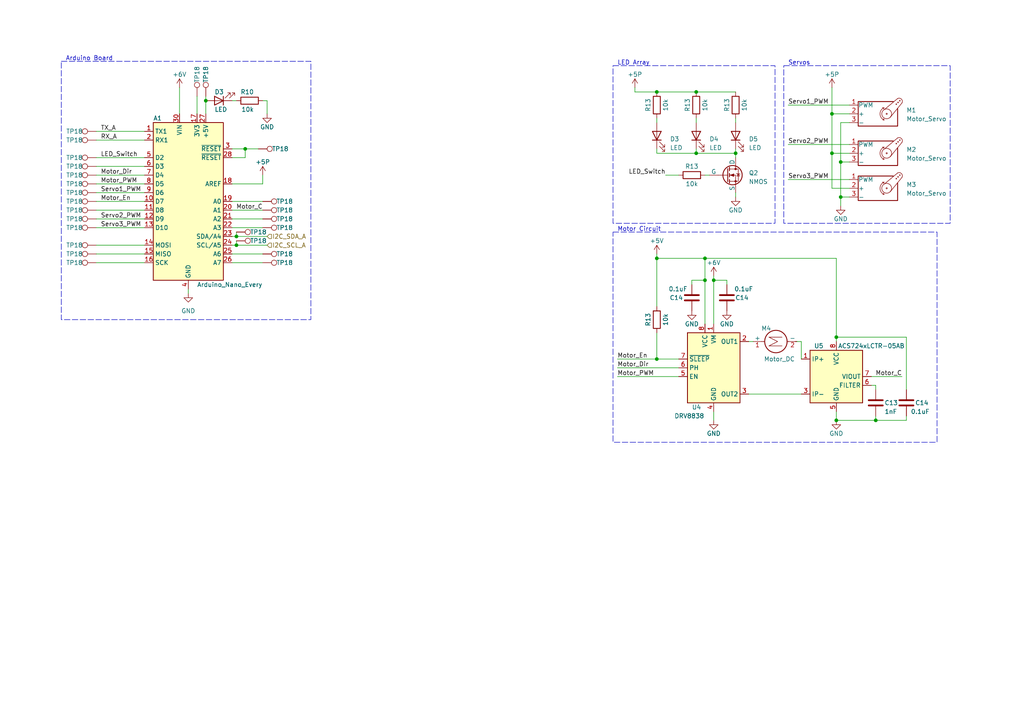
<source format=kicad_sch>
(kicad_sch (version 20230121) (generator eeschema)
  (paper "A4")
  (lib_symbols
    (symbol "Connector:TestPoint" (pin_numbers hide) (pin_names (offset 0.762) hide)
      (property "Reference" "TP" (at 0 6.858 0))
      (property "Value" "TestPoint" (at 0 5.08 0))
      (symbol "TestPoint_0_1"
        (circle (center 0 3.302) (radius 0.762))
      )
      (symbol "TestPoint_1_1"
        (pin passive line (at 0 0 90) (length 2.54) (name "1") (number "1"))
      )
    )
    (symbol "Device:C" (pin_numbers hide) (pin_names (offset 0.254))
      (property "Reference" "C" (at 0.635 2.54 0))
      (property "Value" "C" (at 0.635 -2.54 0))
      (symbol "C_0_1"
        (polyline (pts (xy -2.032 -0.762) (xy 2.032 -0.762)) (stroke (width 0.508)))
        (polyline (pts (xy -2.032 0.762) (xy 2.032 0.762)) (stroke (width 0.508)))
      )
      (symbol "C_1_1"
        (pin passive line (at 0 3.81 270) (length 2.794) (name "~") (number "1"))
        (pin passive line (at 0 -3.81 90) (length 2.794) (name "~") (number "2"))
      )
    )
    (symbol "Device:LED" (pin_numbers hide) (pin_names (offset 1.016) hide)
      (property "Reference" "D" (at 0 2.54 0))
      (property "Value" "LED" (at 0 -2.54 0))
      (symbol "LED_0_1"
        (polyline (pts (xy -1.27 -1.27) (xy -1.27 1.27)) (stroke (width 0.254)))
        (polyline (pts (xy -1.27 0) (xy 1.27 0)))
        (polyline (pts (xy 1.27 -1.27) (xy 1.27 1.27) (xy -1.27 0) (xy 1.27 -1.27)) (stroke (width 0.254)))
        (polyline (pts (xy -3.048 -0.762) (xy -4.572 -2.286) (xy -3.81 -2.286) (xy -4.572 -2.286) (xy -4.572 -1.524)))
        (polyline (pts (xy -1.778 -0.762) (xy -3.302 -2.286) (xy -2.54 -2.286) (xy -3.302 -2.286) (xy -3.302 -1.524)))
      )
      (symbol "LED_1_1"
        (pin passive line (at -3.81 0 0) (length 2.54) (name "K") (number "1"))
        (pin passive line (at 3.81 0 180) (length 2.54) (name "A") (number "2"))
      )
    )
    (symbol "Device:R" (pin_numbers hide) (pin_names (offset 0))
      (property "Reference" "R" (at 2.032 0 90))
      (property "Value" "R" (at 0 0 90))
      (symbol "R_0_1"
        (rectangle (start -1.016 -2.54) (end 1.016 2.54) (stroke (width 0.254)))
      )
      (symbol "R_1_1"
        (pin passive line (at 0 3.81 270) (length 1.27) (name "~") (number "1"))
        (pin passive line (at 0 -3.81 90) (length 1.27) (name "~") (number "2"))
      )
    )
    (symbol "Driver_Motor:DRV8838"
      (property "Reference" "U" (at 6.35 11.43 0))
      (property "Value" "DRV8838" (at -10.16 11.43 0))
      (symbol "DRV8838_0_1"
        (rectangle (start -7.62 10.16) (end 7.62 -10.16) (stroke (width 0.254)) (fill (type background)))
      )
      (symbol "DRV8838_1_1"
        (pin power_in line (at 0 12.7 270) (length 2.54) (name "VM") (number "1"))
        (pin output line (at 10.16 7.62 180) (length 2.54) (name "OUT1") (number "2"))
        (pin output line (at 10.16 -7.62 180) (length 2.54) (name "OUT2") (number "3"))
        (pin power_in line (at 0 -12.7 90) (length 2.54) (name "GND") (number "4"))
        (pin input line (at -10.16 -2.54 0) (length 2.54) (name "EN") (number "5"))
        (pin input line (at -10.16 0 0) (length 2.54) (name "PH") (number "6"))
        (pin input line (at -10.16 2.54 0) (length 2.54) (name "~{SLEEP}") (number "7"))
        (pin power_in line (at -2.54 12.7 270) (length 2.54) (name "VCC") (number "8"))
        (pin passive line (at 0 -12.7 90) (length 2.54) hide (name "GND") (number "9"))
      )
    )
    (symbol "MCU_Module:Arduino_Nano_Every"
      (property "Reference" "A" (at -10.16 23.495 0))
      (property "Value" "Arduino_Nano_Every" (at 5.08 -24.13 0))
      (symbol "Arduino_Nano_Every_0_1"
        (rectangle (start -10.16 22.86) (end 10.16 -22.86) (stroke (width 0.254)) (fill (type background)))
      )
      (symbol "Arduino_Nano_Every_1_1"
        (pin bidirectional line (at -12.7 20.32 0) (length 2.54) (name "TX1") (number "1"))
        (pin bidirectional line (at -12.7 0 0) (length 2.54) (name "D7") (number "10"))
        (pin bidirectional line (at -12.7 -2.54 0) (length 2.54) (name "D8") (number "11"))
        (pin bidirectional line (at -12.7 -5.08 0) (length 2.54) (name "D9") (number "12"))
        (pin bidirectional line (at -12.7 -7.62 0) (length 2.54) (name "D10") (number "13"))
        (pin bidirectional line (at -12.7 -12.7 0) (length 2.54) (name "MOSI") (number "14"))
        (pin bidirectional line (at -12.7 -15.24 0) (length 2.54) (name "MISO") (number "15"))
        (pin bidirectional line (at -12.7 -17.78 0) (length 2.54) (name "SCK") (number "16"))
        (pin power_out line (at 2.54 25.4 270) (length 2.54) (name "3V3") (number "17"))
        (pin input line (at 12.7 5.08 180) (length 2.54) (name "AREF") (number "18"))
        (pin bidirectional line (at 12.7 0 180) (length 2.54) (name "A0") (number "19"))
        (pin bidirectional line (at -12.7 17.78 0) (length 2.54) (name "RX1") (number "2"))
        (pin bidirectional line (at 12.7 -2.54 180) (length 2.54) (name "A1") (number "20"))
        (pin bidirectional line (at 12.7 -5.08 180) (length 2.54) (name "A2") (number "21"))
        (pin bidirectional line (at 12.7 -7.62 180) (length 2.54) (name "A3") (number "22"))
        (pin bidirectional line (at 12.7 -10.16 180) (length 2.54) (name "SDA/A4") (number "23"))
        (pin bidirectional line (at 12.7 -12.7 180) (length 2.54) (name "SCL/A5") (number "24"))
        (pin bidirectional line (at 12.7 -15.24 180) (length 2.54) (name "A6") (number "25"))
        (pin bidirectional line (at 12.7 -17.78 180) (length 2.54) (name "A7") (number "26"))
        (pin power_out line (at 5.08 25.4 270) (length 2.54) (name "+5V") (number "27"))
        (pin input line (at 12.7 12.7 180) (length 2.54) (name "~{RESET}") (number "28"))
        (pin passive line (at 0 -25.4 90) (length 2.54) hide (name "GND") (number "29"))
        (pin input line (at 12.7 15.24 180) (length 2.54) (name "~{RESET}") (number "3"))
        (pin power_in line (at -2.54 25.4 270) (length 2.54) (name "VIN") (number "30"))
        (pin power_in line (at 0 -25.4 90) (length 2.54) (name "GND") (number "4"))
        (pin bidirectional line (at -12.7 12.7 0) (length 2.54) (name "D2") (number "5"))
        (pin bidirectional line (at -12.7 10.16 0) (length 2.54) (name "D3") (number "6"))
        (pin bidirectional line (at -12.7 7.62 0) (length 2.54) (name "D4") (number "7"))
        (pin bidirectional line (at -12.7 5.08 0) (length 2.54) (name "D5") (number "8"))
        (pin bidirectional line (at -12.7 2.54 0) (length 2.54) (name "D6") (number "9"))
      )
    )
    (symbol "Motor:Motor_DC" (pin_names (offset 0))
      (property "Reference" "M" (at 2.54 2.54 0))
      (property "Value" "Motor_DC" (at 2.54 -5.08 0))
      (symbol "Motor_DC_0_0"
        (polyline (pts (xy -1.27 -3.302) (xy -1.27 0.508) (xy 0 -2.032) (xy 1.27 0.508) (xy 1.27 -3.302)))
      )
      (symbol "Motor_DC_0_1"
        (circle (center 0 -1.524) (radius 3.2512) (stroke (width 0.254)))
        (polyline (pts (xy 0 -7.62) (xy 0 -7.112)))
        (polyline (pts (xy 0 -4.7752) (xy 0 -5.1816)))
        (polyline (pts (xy 0 1.7272) (xy 0 2.0828)))
        (polyline (pts (xy 0 2.032) (xy 0 2.54)))
      )
      (symbol "Motor_DC_1_1"
        (pin passive line (at 0 5.08 270) (length 2.54) (name "+") (number "1"))
        (pin passive line (at 0 -7.62 90) (length 2.54) (name "-") (number "2"))
      )
    )
    (symbol "Motor:Motor_Servo" (pin_names (offset 0.0254))
      (property "Reference" "M" (at -5.08 4.445 0))
      (property "Value" "Motor_Servo" (at -5.08 -4.064 0))
      (symbol "Motor_Servo_0_1"
        (polyline (pts (xy 2.413 -1.778) (xy 2.032 -1.778)))
        (polyline (pts (xy 2.413 -1.778) (xy 2.286 -1.397)))
        (polyline (pts (xy 2.413 1.778) (xy 1.905 1.778)))
        (polyline (pts (xy 2.413 1.778) (xy 2.286 1.397)))
        (polyline (pts (xy 6.35 4.445) (xy 2.54 1.27)))
        (polyline (pts (xy 7.62 3.175) (xy 4.191 -1.016)))
        (polyline (pts (xy 5.08 3.556) (xy -5.08 3.556) (xy -5.08 -3.556) (xy 6.35 -3.556) (xy 6.35 1.524)) (stroke (width 0.254)))
        (arc (start 2.413 1.778) (mid 1.2406 0) (end 2.413 -1.778))
        (circle (center 3.175 0) (radius 0.1778))
        (circle (center 3.175 0) (radius 1.4224))
        (circle (center 5.969 2.794) (radius 0.127))
        (circle (center 6.477 3.302) (radius 0.127))
        (circle (center 6.985 3.81) (radius 0.127))
        (arc (start 7.62 3.175) (mid 7.4485 4.2735) (end 6.35 4.445))
      )
      (symbol "Motor_Servo_1_1"
        (pin passive line (at -7.62 2.54 0) (length 2.54) (name "PWM") (number "1"))
        (pin passive line (at -7.62 0 0) (length 2.54) (name "+") (number "2"))
        (pin passive line (at -7.62 -2.54 0) (length 2.54) (name "-") (number "3"))
      )
    )
    (symbol "Sensor_Current:ACS724xLCTR-05AB"
      (property "Reference" "U" (at 2.54 11.43 0))
      (property "Value" "ACS724xLCTR-05AB" (at 2.54 8.89 0))
      (symbol "ACS724xLCTR-05AB_0_1"
        (rectangle (start -7.62 7.62) (end 7.62 -7.62) (stroke (width 0.254)) (fill (type background)))
      )
      (symbol "ACS724xLCTR-05AB_1_1"
        (pin passive line (at -10.16 5.08 0) (length 2.54) (name "IP+") (number "1"))
        (pin passive line (at -10.16 5.08 0) (length 2.54) hide (name "IP+") (number "2"))
        (pin passive line (at -10.16 -5.08 0) (length 2.54) (name "IP-") (number "3"))
        (pin passive line (at -10.16 -5.08 0) (length 2.54) hide (name "IP-") (number "4"))
        (pin power_in line (at 0 -10.16 90) (length 2.54) (name "GND") (number "5"))
        (pin passive line (at 10.16 -2.54 180) (length 2.54) (name "FILTER") (number "6"))
        (pin output line (at 10.16 0 180) (length 2.54) (name "VIOUT") (number "7"))
        (pin power_in line (at 0 10.16 270) (length 2.54) (name "VCC") (number "8"))
      )
    )
    (symbol "Simulation_SPICE:NMOS" (pin_numbers hide) (pin_names (offset 0))
      (property "Reference" "Q" (at 5.08 1.27 0))
      (property "Value" "NMOS" (at 5.08 -1.27 0))
      (symbol "NMOS_0_1"
        (polyline (pts (xy 0.254 0) (xy -2.54 0)))
        (polyline (pts (xy 0.254 1.905) (xy 0.254 -1.905)) (stroke (width 0.254)))
        (polyline (pts (xy 0.762 -1.27) (xy 0.762 -2.286)) (stroke (width 0.254)))
        (polyline (pts (xy 0.762 0.508) (xy 0.762 -0.508)) (stroke (width 0.254)))
        (polyline (pts (xy 0.762 2.286) (xy 0.762 1.27)) (stroke (width 0.254)))
        (polyline (pts (xy 2.54 2.54) (xy 2.54 1.778)))
        (polyline (pts (xy 2.54 -2.54) (xy 2.54 0) (xy 0.762 0)))
        (polyline (pts (xy 0.762 -1.778) (xy 3.302 -1.778) (xy 3.302 1.778) (xy 0.762 1.778)))
        (polyline (pts (xy 1.016 0) (xy 2.032 0.381) (xy 2.032 -0.381) (xy 1.016 0)) (fill (type outline)))
        (polyline (pts (xy 2.794 0.508) (xy 2.921 0.381) (xy 3.683 0.381) (xy 3.81 0.254)))
        (polyline (pts (xy 3.302 0.381) (xy 2.921 -0.254) (xy 3.683 -0.254) (xy 3.302 0.381)))
        (circle (center 1.651 0) (radius 2.794) (stroke (width 0.254)))
        (circle (center 2.54 -1.778) (radius 0.254) (fill (type outline)))
        (circle (center 2.54 1.778) (radius 0.254) (fill (type outline)))
      )
      (symbol "NMOS_1_1"
        (pin passive line (at 2.54 5.08 270) (length 2.54) (name "D") (number "1"))
        (pin input line (at -5.08 0 0) (length 2.54) (name "G") (number "2"))
        (pin passive line (at 2.54 -5.08 90) (length 2.54) (name "S") (number "3"))
      )
    )
    (symbol "power:+5P" (power) (pin_names (offset 0))
      (property "Value" "+5P" (at 0 3.556 0))
      (symbol "+5P_0_1"
        (polyline (pts (xy -0.762 1.27) (xy 0 2.54)))
        (polyline (pts (xy 0 0) (xy 0 2.54)))
        (polyline (pts (xy 0 2.54) (xy 0.762 1.27)))
      )
      (symbol "+5P_1_1"
        (pin power_in line (at 0 0 90) (length 0) hide (name "+5P") (number "1"))
      )
    )
    (symbol "power:+5V" (power) (pin_names (offset 0))
      (property "Value" "+5V" (at 0 3.556 0))
      (symbol "+5V_0_1"
        (polyline (pts (xy -0.762 1.27) (xy 0 2.54)))
        (polyline (pts (xy 0 0) (xy 0 2.54)))
        (polyline (pts (xy 0 2.54) (xy 0.762 1.27)))
      )
      (symbol "+5V_1_1"
        (pin power_in line (at 0 0 90) (length 0) hide (name "+5V") (number "1"))
      )
    )
    (symbol "power:+6V" (power) (pin_names (offset 0))
      (property "Value" "+6V" (at 0 3.556 0))
      (symbol "+6V_0_1"
        (polyline (pts (xy -0.762 1.27) (xy 0 2.54)))
        (polyline (pts (xy 0 0) (xy 0 2.54)))
        (polyline (pts (xy 0 2.54) (xy 0.762 1.27)))
      )
      (symbol "+6V_1_1"
        (pin power_in line (at 0 0 90) (length 0) hide (name "+6V") (number "1"))
      )
    )
    (symbol "power:GND" (power) (pin_names (offset 0))
      (property "Value" "GND" (at 0 -3.81 0))
      (symbol "GND_0_1"
        (polyline (pts (xy 0 0) (xy 0 -1.27) (xy 1.27 -1.27) (xy 0 -2.54) (xy -1.27 -1.27) (xy 0 -1.27)))
      )
      (symbol "GND_1_1"
        (pin power_in line (at 0 0 270) (length 0) hide (name "GND") (number "1"))
      )
    )
  )
  (junction (at 243.84 46.99))
  (junction (at 241.3 33.02))
  (junction (at 242.57 121.92))
  (junction (at 190.5 74.93))
  (junction (at 254 121.92))
  (junction (at 201.93 44.45))
  (junction (at 68.58 71.12))
  (junction (at 243.84 57.15))
  (junction (at 204.47 81.28))
  (junction (at 190.5 26.67))
  (junction (at 71.12 43.18))
  (junction (at 201.93 26.67))
  (junction (at 241.3 44.45))
  (junction (at 59.69 29.21))
  (junction (at 213.36 44.45))
  (junction (at 68.58 68.58))
  (junction (at 207.01 81.28))
  (junction (at 242.57 97.79))
  (junction (at 204.47 74.93))
  (junction (at 190.5 104.14))
  (wire (pts (xy 254 120.65) (xy 254 121.92)))
  (wire (pts (xy 54.61 85.09) (xy 54.61 83.82)))
  (wire (pts (xy 190.5 74.93) (xy 204.47 74.93)))
  (wire (pts (xy 200.66 82.55) (xy 200.66 81.28)))
  (wire (pts (xy 67.31 73.66) (xy 76.2 73.66)))
  (wire (pts (xy 262.89 113.03) (xy 262.89 97.79)))
  (wire (pts (xy 243.84 46.99) (xy 243.84 57.15)))
  (wire (pts (xy 246.38 35.56) (xy 243.84 35.56)))
  (wire (pts (xy 241.3 25.4) (xy 241.3 33.02)))
  (wire (pts (xy 190.5 26.67) (xy 201.93 26.67)))
  (wire (pts (xy 207.01 81.28) (xy 207.01 93.98)))
  (wire (pts (xy 210.82 82.55) (xy 210.82 81.28)))
  (wire (pts (xy 193.04 50.8) (xy 196.85 50.8)))
  (wire (pts (xy 254 111.76) (xy 252.73 111.76)))
  (wire (pts (xy 190.5 74.93) (xy 190.5 88.9)))
  (wire (pts (xy 27.94 66.04) (xy 41.91 66.04)))
  (wire (pts (xy 27.94 58.42) (xy 41.91 58.42)))
  (wire (pts (xy 57.15 27.94) (xy 57.15 33.02)))
  (wire (pts (xy 228.6 52.07) (xy 246.38 52.07)))
  (wire (pts (xy 246.38 46.99) (xy 243.84 46.99)))
  (wire (pts (xy 27.94 40.64) (xy 41.91 40.64)))
  (wire (pts (xy 27.94 60.96) (xy 41.91 60.96)))
  (wire (pts (xy 204.47 81.28) (xy 204.47 93.98)))
  (wire (pts (xy 228.6 41.91) (xy 246.38 41.91)))
  (wire (pts (xy 228.6 30.48) (xy 246.38 30.48)))
  (wire (pts (xy 27.94 38.1) (xy 41.91 38.1)))
  (wire (pts (xy 68.58 67.31) (xy 68.58 68.58)))
  (wire (pts (xy 242.57 121.92) (xy 254 121.92)))
  (wire (pts (xy 242.57 97.79) (xy 242.57 99.06)))
  (wire (pts (xy 243.84 59.69) (xy 243.84 57.15)))
  (wire (pts (xy 27.94 63.5) (xy 41.91 63.5)))
  (wire (pts (xy 243.84 35.56) (xy 243.84 46.99)))
  (wire (pts (xy 68.58 69.85) (xy 68.58 71.12)))
  (wire (pts (xy 190.5 104.14) (xy 196.85 104.14)))
  (wire (pts (xy 201.93 34.29) (xy 201.93 35.56)))
  (wire (pts (xy 207.01 121.92) (xy 207.01 119.38)))
  (wire (pts (xy 68.58 68.58) (xy 77.47 68.58)))
  (wire (pts (xy 213.36 45.72) (xy 213.36 44.45)))
  (wire (pts (xy 213.36 43.18) (xy 213.36 44.45)))
  (wire (pts (xy 59.69 27.94) (xy 59.69 29.21)))
  (wire (pts (xy 68.58 68.58) (xy 67.31 68.58)))
  (wire (pts (xy 27.94 76.2) (xy 41.91 76.2)))
  (wire (pts (xy 68.58 71.12) (xy 77.47 71.12)))
  (wire (pts (xy 207.01 81.28) (xy 210.82 81.28)))
  (wire (pts (xy 241.3 33.02) (xy 241.3 44.45)))
  (wire (pts (xy 254 113.03) (xy 254 111.76)))
  (wire (pts (xy 67.31 63.5) (xy 76.2 63.5)))
  (wire (pts (xy 204.47 50.8) (xy 205.74 50.8)))
  (wire (pts (xy 252.73 109.22) (xy 261.62 109.22)))
  (wire (pts (xy 67.31 60.96) (xy 76.2 60.96)))
  (wire (pts (xy 200.66 81.28) (xy 204.47 81.28)))
  (wire (pts (xy 77.47 29.21) (xy 77.47 33.02)))
  (wire (pts (xy 207.01 80.01) (xy 207.01 81.28)))
  (wire (pts (xy 27.94 50.8) (xy 41.91 50.8)))
  (wire (pts (xy 242.57 119.38) (xy 242.57 121.92)))
  (wire (pts (xy 232.41 99.06) (xy 231.14 99.06)))
  (wire (pts (xy 190.5 34.29) (xy 190.5 35.56)))
  (wire (pts (xy 71.12 45.72) (xy 71.12 43.18)))
  (wire (pts (xy 184.15 26.67) (xy 184.15 25.4)))
  (wire (pts (xy 241.3 54.61) (xy 241.3 44.45)))
  (wire (pts (xy 254 121.92) (xy 262.89 121.92)))
  (wire (pts (xy 67.31 76.2) (xy 76.2 76.2)))
  (wire (pts (xy 184.15 26.67) (xy 190.5 26.67)))
  (wire (pts (xy 262.89 120.65) (xy 262.89 121.92)))
  (wire (pts (xy 59.69 29.21) (xy 59.69 33.02)))
  (wire (pts (xy 67.31 45.72) (xy 71.12 45.72)))
  (wire (pts (xy 242.57 97.79) (xy 262.89 97.79)))
  (wire (pts (xy 27.94 53.34) (xy 41.91 53.34)))
  (wire (pts (xy 241.3 33.02) (xy 246.38 33.02)))
  (wire (pts (xy 201.93 26.67) (xy 213.36 26.67)))
  (wire (pts (xy 76.2 50.8) (xy 76.2 53.34)))
  (wire (pts (xy 190.5 96.52) (xy 190.5 104.14)))
  (wire (pts (xy 71.12 43.18) (xy 67.31 43.18)))
  (wire (pts (xy 67.31 29.21) (xy 68.58 29.21)))
  (wire (pts (xy 242.57 74.93) (xy 242.57 97.79)))
  (wire (pts (xy 27.94 71.12) (xy 41.91 71.12)))
  (wire (pts (xy 241.3 44.45) (xy 246.38 44.45)))
  (wire (pts (xy 27.94 48.26) (xy 41.91 48.26)))
  (wire (pts (xy 190.5 44.45) (xy 201.93 44.45)))
  (wire (pts (xy 246.38 54.61) (xy 241.3 54.61)))
  (wire (pts (xy 27.94 73.66) (xy 41.91 73.66)))
  (wire (pts (xy 213.36 55.88) (xy 213.36 57.15)))
  (wire (pts (xy 67.31 66.04) (xy 76.2 66.04)))
  (wire (pts (xy 217.17 114.3) (xy 232.41 114.3)))
  (wire (pts (xy 204.47 74.93) (xy 242.57 74.93)))
  (wire (pts (xy 27.94 55.88) (xy 41.91 55.88)))
  (wire (pts (xy 67.31 58.42) (xy 76.2 58.42)))
  (wire (pts (xy 71.12 43.18) (xy 74.93 43.18)))
  (wire (pts (xy 190.5 44.45) (xy 190.5 43.18)))
  (wire (pts (xy 179.07 104.14) (xy 190.5 104.14)))
  (wire (pts (xy 68.58 71.12) (xy 67.31 71.12)))
  (wire (pts (xy 217.17 99.06) (xy 218.44 99.06)))
  (wire (pts (xy 190.5 73.66) (xy 190.5 74.93)))
  (wire (pts (xy 204.47 74.93) (xy 204.47 81.28)))
  (wire (pts (xy 232.41 99.06) (xy 232.41 104.14)))
  (wire (pts (xy 179.07 106.68) (xy 196.85 106.68)))
  (wire (pts (xy 76.2 29.21) (xy 77.47 29.21)))
  (wire (pts (xy 52.07 25.4) (xy 52.07 33.02)))
  (wire (pts (xy 201.93 43.18) (xy 201.93 44.45)))
  (wire (pts (xy 27.94 45.72) (xy 41.91 45.72)))
  (wire (pts (xy 179.07 109.22) (xy 196.85 109.22)))
  (wire (pts (xy 213.36 34.29) (xy 213.36 35.56)))
  (wire (pts (xy 201.93 44.45) (xy 213.36 44.45)))
  (wire (pts (xy 76.2 53.34) (xy 67.31 53.34)))
  (wire (pts (xy 243.84 57.15) (xy 246.38 57.15)))
  (rectangle (start 177.8 67.31) (end 271.78 128.27) (stroke (width 0) (type dash)))
  (rectangle (start 227.33 19.05) (end 275.59 64.77) (stroke (width 0) (type dash)))
  (rectangle (start 17.78 17.78) (end 90.17 92.71) (stroke (width 0) (type dash)))
  (rectangle (start 177.8 19.05) (end 224.79 64.77) (stroke (width 0) (type dash)))
  (text "Servos" (at 228.6 19.05 0) (effects (font (size 1.27 1.27)) (justify left bottom)))
  (text "Motor Circuit" (at 179.07 67.31 0) (effects (font (size 1.27 1.27)) (justify left bottom)))
  (text "Arduino Board" (at 19.05 17.78 0) (effects (font (size 1.27 1.27)) (justify left bottom)))
  (text "LED Array" (at 179.07 19.05 0) (effects (font (size 1.27 1.27)) (justify left bottom)))
  (label "Motor_PWM" (at 179.07 109.22 0))
  (label "Servo1_PWM" (at 228.6 30.48 0))
  (label "Motor_C" (at 76.2 60.96 180))
  (label "Servo1_PWM" (at 29.21 55.88 0))
  (label "RX_A" (at 29.21 40.64 0))
  (label "Motor_Dir" (at 179.07 106.68 0))
  (label "Motor_PWM" (at 29.21 53.34 0))
  (label "LED_Switch" (at 29.21 45.72 0))
  (label "Servo3_PWM" (at 228.6 52.07 0))
  (label "TX_A" (at 29.21 38.1 0))
  (label "Servo2_PWM" (at 29.21 63.5 0))
  (label "Servo2_PWM" (at 228.6 41.91 0))
  (label "LED_Switch" (at 193.04 50.8 180))
  (label "Motor_C" (at 261.62 109.22 180))
  (label "Motor_En" (at 29.21 58.42 0))
  (label "Motor_En" (at 179.07 104.14 0))
  (label "Motor_Dir" (at 29.21 50.8 0))
  (label "Servo3_PWM" (at 29.21 66.04 0))
  (hierarchical_label "I2C_SDA_A" (shape input) (at 77.47 68.58 0))
  (hierarchical_label "I2C_SCL_A" (shape input) (at 77.47 71.12 0))
  (symbol (lib_id "Device:R") (at 190.5 30.48 0) (unit 1)
    (property "Reference" "R13" (at 187.96 30.48 90))
    (property "Value" "10k" (at 193.04 30.48 90))
    (instances (project "MTG_Scanner_v2" (path "" (reference "R13") (unit 1)) (path "" (reference "R8") (unit 1)) (path "" (reference "R15") (unit 1))))
  )
  (symbol (lib_id "Connector:TestPoint") (at 76.2 76.2 270) (unit 1)
    (property "Reference" "TP18" (at 82.55 76.2 90))
    (property "Value" "TestPoint" (effects hide))
    (property "Footprint" "TestPoint:TestPoint_Keystone_5000-5004_Miniature" (effects hide))
    (instances (project "MTG_Scanner_v2" (path "" (reference "TP18") (unit 1)) (path "" (reference "TP29") (unit 1))))
  )
  (symbol (lib_id "power:+5P") (at 76.2 50.8 0) (unit 1)
    (property "Reference" "#PWR022" (effects hide))
    (property "Value" "+5P" (at 76.2 46.99 0))
  )
  (symbol (lib_id "Motor:Motor_Servo") (at 254 54.61 0) (unit 1)
    (property "Reference" "M3" (at 262.89 53.5416 0) (effects (justify left)))
    (property "Value" "Motor_Servo" (at 262.89 56.0816 0) (effects (justify left)))
    (property "Datasheet" "http://forums.parallax.com/uploads/attachments/46831/74481.png" (effects hide))
    (instances (project "MTG_Scanner_v2" (path "" (reference "M3") (unit 1)) (path "" (reference "M4") (unit 1))))
  )
  (symbol (lib_id "power:+5P") (at 184.15 25.4 0) (unit 1)
    (property "Reference" "#PWR014" (effects hide))
    (property "Value" "+5P" (at 184.15 21.59 0))
    (instances (project "MTG_Scanner_v2" (path "" (reference "#PWR014") (unit 1)) (path "" (reference "#PWR023") (unit 1)) (path "" (reference "#PWR024") (unit 1))))
  )
  (symbol (lib_id "power:GND") (at 54.61 85.09 0) (unit 1)
    (property "Reference" "#PWR017" (effects hide))
    (property "Value" "GND" (at 54.61 90.17 0))
    (instances (project "MTG_Scanner_v2" (path "" (reference "#PWR017") (unit 1)) (path "" (reference "#PWR021") (unit 1))))
  )
  (symbol (lib_id "Connector:TestPoint") (at 27.94 38.1 90) (unit 1)
    (property "Reference" "TP18" (at 21.59 38.1 90))
    (property "Value" "TestPoint" (effects hide))
    (property "Footprint" "TestPoint:TestPoint_Keystone_5000-5004_Miniature" (effects hide))
    (instances (project "MTG_Scanner_v2" (path "" (reference "TP18") (unit 1)) (path "" (reference "TP5") (unit 1))))
  )
  (symbol (lib_id "Device:C") (at 210.82 86.36 0) (unit 1)
    (property "Reference" "C14" (at 217.17 86.36 0) (effects (justify right)))
    (property "Value" "0.1uF" (at 218.44 83.82 0) (effects (justify right)))
    (instances (project "MTG_Scanner_v2" (path "" (reference "C14") (unit 1)) (path "" (reference "C6") (unit 1)) (path "" (reference "C14") (unit 1))))
  )
  (symbol (lib_id "Connector:TestPoint") (at 27.94 48.26 90) (unit 1)
    (property "Reference" "TP18" (at 21.59 48.26 90))
    (property "Value" "TestPoint" (effects hide))
    (property "Footprint" "TestPoint:TestPoint_Keystone_5000-5004_Miniature" (effects hide))
    (instances (project "MTG_Scanner_v2" (path "" (reference "TP18") (unit 1)) (path "" (reference "TP8") (unit 1))))
  )
  (symbol (lib_id "Connector:TestPoint") (at 74.93 43.18 270) (unit 1)
    (property "Reference" "TP18" (at 81.28 43.18 90))
    (property "Value" "TestPoint" (effects hide))
    (property "Footprint" "TestPoint:TestPoint_Keystone_5000-5004_Miniature" (effects hide))
    (instances (project "MTG_Scanner_v2" (path "" (reference "TP18") (unit 1)) (path "" (reference "TP23") (unit 1))))
  )
  (symbol (lib_id "Connector:TestPoint") (at 27.94 66.04 90) (unit 1)
    (property "Reference" "TP18" (at 21.59 66.04 90))
    (property "Value" "TestPoint" (effects hide))
    (property "Footprint" "TestPoint:TestPoint_Keystone_5000-5004_Miniature" (effects hide))
    (instances (project "MTG_Scanner_v2" (path "" (reference "TP18") (unit 1)) (path "" (reference "TP15") (unit 1))))
  )
  (symbol (lib_id "Connector:TestPoint") (at 27.94 58.42 90) (unit 1)
    (property "Reference" "TP18" (at 21.59 58.42 90))
    (property "Value" "TestPoint" (effects hide))
    (property "Footprint" "TestPoint:TestPoint_Keystone_5000-5004_Miniature" (effects hide))
    (instances (project "MTG_Scanner_v2" (path "" (reference "TP18") (unit 1)) (path "" (reference "TP12") (unit 1))))
  )
  (symbol (lib_id "power:GND") (at 242.57 121.92 0) (unit 1)
    (property "Reference" "#PWR020" (effects hide))
    (property "Value" "GND" (at 242.57 125.73 0))
    (instances (project "MTG_Scanner_v2" (path "" (reference "#PWR020") (unit 1)) (path "" (reference "#PWR032") (unit 1))))
  )
  (symbol (lib_id "Connector:TestPoint") (at 27.94 40.64 90) (unit 1)
    (property "Reference" "TP18" (at 21.59 40.64 90))
    (property "Value" "TestPoint" (effects hide))
    (property "Footprint" "TestPoint:TestPoint_Keystone_5000-5004_Miniature" (effects hide))
    (instances (project "MTG_Scanner_v2" (path "" (reference "TP18") (unit 1)) (path "" (reference "TP6") (unit 1))))
  )
  (symbol (lib_id "Connector:TestPoint") (at 27.94 63.5 90) (unit 1)
    (property "Reference" "TP18" (at 21.59 63.5 90))
    (property "Value" "TestPoint" (effects hide))
    (property "Footprint" "TestPoint:TestPoint_Keystone_5000-5004_Miniature" (effects hide))
    (instances (project "MTG_Scanner_v2" (path "" (reference "TP18") (unit 1)) (path "" (reference "TP14") (unit 1))))
  )
  (symbol (lib_id "Connector:TestPoint") (at 57.15 27.94 0) (unit 1)
    (property "Reference" "TP18" (at 57.15 21.59 90))
    (property "Value" "TestPoint" (effects hide))
    (property "Footprint" "TestPoint:TestPoint_Keystone_5000-5004_Miniature" (effects hide))
    (instances (project "MTG_Scanner_v2" (path "" (reference "TP18") (unit 1)) (path "" (reference "TP19") (unit 1))))
  )
  (symbol (lib_id "Connector:TestPoint") (at 27.94 60.96 90) (unit 1)
    (property "Reference" "TP18" (at 21.59 60.96 90))
    (property "Value" "TestPoint" (effects hide))
    (property "Footprint" "TestPoint:TestPoint_Keystone_5000-5004_Miniature" (effects hide))
    (instances (project "MTG_Scanner_v2" (path "" (reference "TP18") (unit 1)) (path "" (reference "TP13") (unit 1))))
  )
  (symbol (lib_id "Connector:TestPoint") (at 76.2 63.5 270) (unit 1)
    (property "Reference" "TP18" (at 82.55 63.5 90))
    (property "Value" "TestPoint" (effects hide))
    (property "Footprint" "TestPoint:TestPoint_Keystone_5000-5004_Miniature" (effects hide))
    (instances (project "MTG_Scanner_v2" (path "" (reference "TP18") (unit 1)) (path "" (reference "TP26") (unit 1))))
  )
  (symbol (lib_id "power:GND") (at 213.36 57.15 0) (unit 1)
    (property "Reference" "#PWR024" (effects hide))
    (property "Value" "GND" (at 213.36 60.96 0))
    (instances (project "MTG_Scanner_v2" (path "" (reference "#PWR024") (unit 1)) (path "" (reference "#PWR030") (unit 1))))
  )
  (symbol (lib_id "Device:R") (at 190.5 92.71 0) (unit 1)
    (property "Reference" "R13" (at 187.96 92.71 90))
    (property "Value" "10k" (at 193.04 92.71 90))
    (instances (project "MTG_Scanner_v2" (path "" (reference "R13") (unit 1)) (path "" (reference "R8") (unit 1)) (path "" (reference "R16") (unit 1))))
  )
  (symbol (lib_id "Motor:Motor_DC") (at 223.52 99.06 90) (unit 1)
    (property "Reference" "M4" (at 222.25 95.25 90))
    (property "Value" "Motor_DC" (at 226.06 104.14 90))
    (property "Datasheet" "https://www.pololu.com/product/2370" (effects hide))
    (instances (project "MTG_Scanner_v2" (path "" (reference "M4") (unit 1)) (path "" (reference "M1") (unit 1))))
  )
  (symbol (lib_id "Motor:Motor_Servo") (at 254 33.02 0) (unit 1)
    (property "Reference" "M1" (at 262.89 31.9516 0) (effects (justify left)))
    (property "Value" "Motor_Servo" (at 262.89 34.4916 0) (effects (justify left)))
    (property "Datasheet" "http://forums.parallax.com/uploads/attachments/46831/74481.png" (effects hide))
    (instances (project "MTG_Scanner_v2" (path "" (reference "M1") (unit 1)) (path "" (reference "M2") (unit 1))))
  )
  (symbol (lib_id "Device:LED") (at 213.36 39.37 90) (unit 1)
    (property "Reference" "D5" (at 217.17 40.3225 90) (effects (justify right)))
    (property "Value" "LED" (at 217.17 42.8625 90) (effects (justify right)))
    (instances (project "MTG_Scanner_v2" (path "" (reference "D5") (unit 1)) (path "" (reference "D6") (unit 1))))
  )
  (symbol (lib_id "Device:C") (at 254 116.84 180) (unit 1)
    (property "Reference" "C13" (at 256.54 116.84 0) (effects (justify right)))
    (property "Value" "1nF" (at 256.54 119.38 0) (effects (justify right)))
    (instances (project "MTG_Scanner_v2" (path "" (reference "C13") (unit 1)) (path "" (reference "C6") (unit 1)) (path "" (reference "C15") (unit 1))))
  )
  (symbol (lib_id "Device:C") (at 262.89 116.84 180) (unit 1)
    (property "Reference" "C14" (at 265.43 116.84 0) (effects (justify right)))
    (property "Value" "0.1uF" (at 264.16 119.38 0) (effects (justify right)))
    (instances (project "MTG_Scanner_v2" (path "" (reference "C14") (unit 1)) (path "" (reference "C6") (unit 1)) (path "" (reference "C16") (unit 1))))
  )
  (symbol (lib_id "Connector:TestPoint") (at 27.94 45.72 90) (unit 1)
    (property "Reference" "TP18" (at 21.59 45.72 90))
    (property "Value" "TestPoint" (effects hide))
    (property "Footprint" "TestPoint:TestPoint_Keystone_5000-5004_Miniature" (effects hide))
    (instances (project "MTG_Scanner_v2" (path "" (reference "TP18") (unit 1)) (path "" (reference "TP7") (unit 1))))
  )
  (symbol (lib_id "Simulation_SPICE:NMOS") (at 210.82 50.8 0) (unit 1)
    (property "Reference" "Q2" (at 217.17 50.165 0) (effects (justify left)))
    (property "Value" "NMOS" (at 217.17 52.705 0) (effects (justify left)))
    (property "Datasheet" "https://ngspice.sourceforge.io/docs/ngspice-manual.pdf" (effects hide))
    (property "Sim.Device" "NMOS" (effects hide))
    (property "Sim.Type" "VDMOS" (effects hide))
    (property "Sim.Pins" "1=D 2=G 3=S" (effects hide))
    (instances (project "MTG_Scanner_v2" (path "" (reference "Q2") (unit 1)) (path "" (reference "Q4") (unit 1))))
  )
  (symbol (lib_id "power:+5P") (at 241.3 25.4 0) (unit 1)
    (property "Reference" "#PWR014" (effects hide))
    (property "Value" "+5P" (at 241.3 21.59 0))
    (instances (project "MTG_Scanner_v2" (path "" (reference "#PWR014") (unit 1)) (path "" (reference "#PWR022") (unit 1)) (path "" (reference "#PWR031") (unit 1))))
  )
  (symbol (lib_id "power:+6V") (at 207.01 80.01 0) (unit 1)
    (property "Reference" "#PWR018" (effects hide))
    (property "Value" "+6V" (at 207.01 76.2 0))
    (instances (project "MTG_Scanner_v2" (path "" (reference "#PWR018") (unit 1)) (path "" (reference "#PWR027") (unit 1))))
  )
  (symbol (lib_id "Connector:TestPoint") (at 76.2 60.96 270) (unit 1)
    (property "Reference" "TP18" (at 82.55 60.96 90))
    (property "Value" "TestPoint" (effects hide))
    (property "Footprint" "TestPoint:TestPoint_Keystone_5000-5004_Miniature" (effects hide))
    (instances (project "MTG_Scanner_v2" (path "" (reference "TP18") (unit 1)) (path "" (reference "TP25") (unit 1))))
  )
  (symbol (lib_id "Connector:TestPoint") (at 76.2 66.04 270) (unit 1)
    (property "Reference" "TP18" (at 82.55 66.04 90))
    (property "Value" "TestPoint" (effects hide))
    (property "Footprint" "TestPoint:TestPoint_Keystone_5000-5004_Miniature" (effects hide))
    (instances (project "MTG_Scanner_v2" (path "" (reference "TP18") (unit 1)) (path "" (reference "TP27") (unit 1))))
  )
  (symbol (lib_id "power:GND") (at 77.47 33.02 0) (unit 1)
    (property "Reference" "#PWR024" (effects hide))
    (property "Value" "GND" (at 77.47 36.83 0))
    (instances (project "MTG_Scanner_v2" (path "" (reference "#PWR024") (unit 1)) (path "" (reference "#PWR023") (unit 1))))
  )
  (symbol (lib_id "Device:LED") (at 63.5 29.21 180) (unit 1)
    (property "Reference" "D3" (at 62.23 26.67 0) (effects (justify right)))
    (property "Value" "LED" (at 62.23 31.75 0) (effects (justify right)))
  )
  (symbol (lib_id "power:GND") (at 210.82 90.17 0) (unit 1)
    (property "Reference" "#PWR016" (effects hide))
    (property "Value" "GND" (at 210.82 93.98 0))
    (instances (project "MTG_Scanner_v2" (path "" (reference "#PWR016") (unit 1)) (path "" (reference "#PWR029") (unit 1))))
  )
  (symbol (lib_id "power:+6V") (at 52.07 25.4 0) (unit 1)
    (property "Reference" "#PWR011" (effects hide))
    (property "Value" "+6V" (at 52.07 21.59 0))
    (instances (project "MTG_Scanner_v2" (path "" (reference "#PWR011") (unit 1)) (path "" (reference "#PWR020") (unit 1))))
  )
  (symbol (lib_id "Device:C") (at 200.66 86.36 0) (unit 1)
    (property "Reference" "C14" (at 198.12 86.36 0) (effects (justify right)))
    (property "Value" "0.1uF" (at 199.39 83.82 0) (effects (justify right)))
    (instances (project "MTG_Scanner_v2" (path "" (reference "C14") (unit 1)) (path "" (reference "C6") (unit 1)) (path "" (reference "C13") (unit 1))))
  )
  (symbol (lib_id "power:GND") (at 207.01 121.92 0) (unit 1)
    (property "Reference" "#PWR016" (effects hide))
    (property "Value" "GND" (at 207.01 125.73 0))
    (instances (project "MTG_Scanner_v2" (path "" (reference "#PWR016") (unit 1)) (path "" (reference "#PWR028") (unit 1))))
  )
  (symbol (lib_id "Connector:TestPoint") (at 27.94 55.88 90) (unit 1)
    (property "Reference" "TP18" (at 21.59 55.88 90))
    (property "Value" "TestPoint" (effects hide))
    (property "Footprint" "TestPoint:TestPoint_Keystone_5000-5004_Miniature" (effects hide))
    (instances (project "MTG_Scanner_v2" (path "" (reference "TP18") (unit 1)) (path "" (reference "TP11") (unit 1))))
  )
  (symbol (lib_id "Sensor_Current:ACS724xLCTR-05AB") (at 242.57 109.22 0) (unit 1)
    (property "Reference" "U5" (at 237.49 100.33 0))
    (property "Value" "ACS724xLCTR-05AB" (at 252.73 100.33 0))
    (property "Footprint" "Package_SO:SOIC-8_3.9x4.9mm_P1.27mm" (effects hide))
    (property "Datasheet" "http://www.allegromicro.com/~/media/Files/Datasheets/ACS724-Datasheet.ashx?la=en" (effects hide))
    (property "Digikey" "https://www.digikey.com/en/products/detail/allegro-microsystems/ACS724LLCTR-05AB-T/5400755?s=N4IgTCBcDaIAQEEDCBlA7GALAGW0gKgEoC0ADAKwIBCIAugL5A" (effects hide))
  )
  (symbol (lib_id "power:+5V") (at 190.5 73.66 0) (unit 1)
    (property "Reference" "#PWR019" (effects hide))
    (property "Value" "+5V" (at 190.5 69.85 0))
    (instances (project "MTG_Scanner_v2" (path "" (reference "#PWR019") (unit 1)) (path "" (reference "#PWR09") (unit 1)) (path "" (reference "#PWR025") (unit 1))))
  )
  (symbol (lib_id "Connector:TestPoint") (at 27.94 53.34 90) (unit 1)
    (property "Reference" "TP18" (at 21.59 53.34 90))
    (property "Value" "TestPoint" (effects hide))
    (property "Footprint" "TestPoint:TestPoint_Keystone_5000-5004_Miniature" (effects hide))
    (instances (project "MTG_Scanner_v2" (path "" (reference "TP18") (unit 1)) (path "" (reference "TP10") (unit 1))))
  )
  (symbol (lib_id "power:GND") (at 200.66 90.17 0) (unit 1)
    (property "Reference" "#PWR016" (effects hide))
    (property "Value" "GND" (at 200.66 93.98 0))
    (instances (project "MTG_Scanner_v2" (path "" (reference "#PWR016") (unit 1)) (path "" (reference "#PWR026") (unit 1))))
  )
  (symbol (lib_id "Connector:TestPoint") (at 59.69 27.94 0) (unit 1)
    (property "Reference" "TP18" (at 59.69 21.59 90))
    (property "Value" "TestPoint" (effects hide))
    (property "Footprint" "TestPoint:TestPoint_Keystone_5000-5004_Miniature" (effects hide))
    (instances (project "MTG_Scanner_v2" (path "" (reference "TP18") (unit 1)) (path "" (reference "TP20") (unit 1))))
  )
  (symbol (lib_id "Motor:Motor_Servo") (at 254 44.45 0) (unit 1)
    (property "Reference" "M2" (at 262.89 43.3816 0) (effects (justify left)))
    (property "Value" "Motor_Servo" (at 262.89 45.9216 0) (effects (justify left)))
    (property "Datasheet" "http://forums.parallax.com/uploads/attachments/46831/74481.png" (effects hide))
    (instances (project "MTG_Scanner_v2" (path "" (reference "M2") (unit 1)) (path "" (reference "M3") (unit 1))))
  )
  (symbol (lib_id "Device:LED") (at 201.93 39.37 90) (unit 1)
    (property "Reference" "D4" (at 205.74 40.3225 90) (effects (justify right)))
    (property "Value" "LED" (at 205.74 42.8625 90) (effects (justify right)))
    (instances (project "MTG_Scanner_v2" (path "" (reference "D4") (unit 1)) (path "" (reference "D5") (unit 1))))
  )
  (symbol (lib_id "Connector:TestPoint") (at 68.58 67.31 270) (unit 1)
    (property "Reference" "TP18" (at 74.93 67.31 90))
    (property "Value" "TestPoint" (effects hide))
    (property "Footprint" "TestPoint:TestPoint_Keystone_5000-5004_Miniature" (effects hide))
    (instances (project "MTG_Scanner_v2" (path "" (reference "TP18") (unit 1)) (path "" (reference "TP21") (unit 1))))
  )
  (symbol (lib_id "Device:R") (at 72.39 29.21 90) (unit 1)
    (property "Reference" "R10" (at 73.66 26.67 90) (effects (justify left)))
    (property "Value" "10k" (at 73.66 31.75 90) (effects (justify left)))
    (instances (project "MTG_Scanner_v2" (path "" (reference "R10") (unit 1)) (path "" (reference "R8") (unit 1)) (path "" (reference "R14") (unit 1))))
  )
  (symbol (lib_id "Device:R") (at 200.66 50.8 270) (unit 1)
    (property "Reference" "R13" (at 200.66 48.26 90))
    (property "Value" "10k" (at 200.66 53.34 90))
    (instances (project "MTG_Scanner_v2" (path "" (reference "R13") (unit 1)) (path "" (reference "R8") (unit 1)) (path "" (reference "R17") (unit 1))))
  )
  (symbol (lib_id "Driver_Motor:DRV8838") (at 207.01 106.68 0) (unit 1)
    (property "Reference" "U4" (at 200.66 118.11 0) (effects (justify left)))
    (property "Value" "DRV8838" (at 195.58 120.65 0) (effects (justify left)))
    (property "Footprint" "Package_SON:WSON-8-1EP_2x2mm_P0.5mm_EP0.9x1.6mm" (effects hide))
    (property "Datasheet" "http://www.ti.com/lit/ds/symlink/drv8837.pdf" (effects hide))
    (property "Polulu" "https://www.pololu.com/product/2990" (effects hide))
  )
  (symbol (lib_id "Connector:TestPoint") (at 68.58 69.85 270) (unit 1)
    (property "Reference" "TP18" (at 74.93 69.85 90))
    (property "Value" "TestPoint" (effects hide))
    (property "Footprint" "TestPoint:TestPoint_Keystone_5000-5004_Miniature" (effects hide))
    (instances (project "MTG_Scanner_v2" (path "" (reference "TP18") (unit 1)) (path "" (reference "TP22") (unit 1))))
  )
  (symbol (lib_id "Connector:TestPoint") (at 27.94 50.8 90) (unit 1)
    (property "Reference" "TP18" (at 21.59 50.8 90))
    (property "Value" "TestPoint" (effects hide))
    (property "Footprint" "TestPoint:TestPoint_Keystone_5000-5004_Miniature" (effects hide))
    (instances (project "MTG_Scanner_v2" (path "" (reference "TP18") (unit 1)) (path "" (reference "TP9") (unit 1))))
  )
  (symbol (lib_id "Connector:TestPoint") (at 76.2 58.42 270) (unit 1)
    (property "Reference" "TP18" (at 82.55 58.42 90))
    (property "Value" "TestPoint" (effects hide))
    (property "Footprint" "TestPoint:TestPoint_Keystone_5000-5004_Miniature" (effects hide))
    (instances (project "MTG_Scanner_v2" (path "" (reference "TP18") (unit 1)) (path "" (reference "TP24") (unit 1))))
  )
  (symbol (lib_id "Connector:TestPoint") (at 76.2 73.66 270) (unit 1)
    (property "Reference" "TP18" (at 82.55 73.66 90))
    (property "Value" "TestPoint" (effects hide))
    (property "Footprint" "TestPoint:TestPoint_Keystone_5000-5004_Miniature" (effects hide))
    (instances (project "MTG_Scanner_v2" (path "" (reference "TP18") (unit 1)) (path "" (reference "TP28") (unit 1))))
  )
  (symbol (lib_id "Connector:TestPoint") (at 27.94 76.2 90) (unit 1)
    (property "Reference" "TP18" (at 21.59 76.2 90))
    (property "Value" "TestPoint" (effects hide))
    (property "Footprint" "TestPoint:TestPoint_Keystone_5000-5004_Miniature" (effects hide))
  )
  (symbol (lib_id "Device:LED") (at 190.5 39.37 90) (unit 1)
    (property "Reference" "D3" (at 194.31 40.3225 90) (effects (justify right)))
    (property "Value" "LED" (at 194.31 42.8625 90) (effects (justify right)))
    (instances (project "MTG_Scanner_v2" (path "" (reference "D3") (unit 1)) (path "" (reference "D4") (unit 1))))
  )
  (symbol (lib_id "MCU_Module:Arduino_Nano_Every") (at 54.61 58.42 0) (unit 1)
    (property "Reference" "A1" (at 44.45 34.29 0) (effects (justify left)))
    (property "Value" "Arduino_Nano_Every" (at 57.15 82.55 0) (effects (justify left)))
    (property "Footprint" "Module:Arduino_Nano" (effects hide))
    (property "Datasheet" "https://content.arduino.cc/assets/NANOEveryV3.0_sch.pdf" (effects hide))
  )
  (symbol (lib_id "Device:R") (at 201.93 30.48 0) (unit 1)
    (property "Reference" "R13" (at 199.39 30.48 90))
    (property "Value" "10k" (at 204.47 30.48 90))
    (instances (project "MTG_Scanner_v2" (path "" (reference "R13") (unit 1)) (path "" (reference "R8") (unit 1)) (path "" (reference "R18") (unit 1))))
  )
  (symbol (lib_id "Connector:TestPoint") (at 27.94 73.66 90) (unit 1)
    (property "Reference" "TP18" (at 21.59 73.66 90))
    (property "Value" "TestPoint" (effects hide))
    (property "Footprint" "TestPoint:TestPoint_Keystone_5000-5004_Miniature" (effects hide))
    (instances (project "MTG_Scanner_v2" (path "" (reference "TP18") (unit 1)) (path "" (reference "TP17") (unit 1))))
  )
  (symbol (lib_id "Connector:TestPoint") (at 27.94 71.12 90) (unit 1)
    (property "Reference" "TP18" (at 21.59 71.12 90))
    (property "Value" "TestPoint" (effects hide))
    (property "Footprint" "TestPoint:TestPoint_Keystone_5000-5004_Miniature" (effects hide))
    (instances (project "MTG_Scanner_v2" (path "" (reference "TP18") (unit 1)) (path "" (reference "TP16") (unit 1))))
  )
  (symbol (lib_id "power:GND") (at 243.84 59.69 0) (unit 1)
    (property "Reference" "#PWR021" (effects hide))
    (property "Value" "GND" (at 243.84 63.5 0))
    (instances (project "MTG_Scanner_v2" (path "" (reference "#PWR021") (unit 1)) (path "" (reference "#PWR033") (unit 1))))
  )
  (symbol (lib_id "Device:R") (at 213.36 30.48 0) (unit 1)
    (property "Reference" "R13" (at 210.82 30.48 90))
    (property "Value" "10k" (at 215.9 30.48 90))
    (instances (project "MTG_Scanner_v2" (path "" (reference "R13") (unit 1)) (path "" (reference "R8") (unit 1)) (path "" (reference "R19") (unit 1))))
  )
)
</source>
